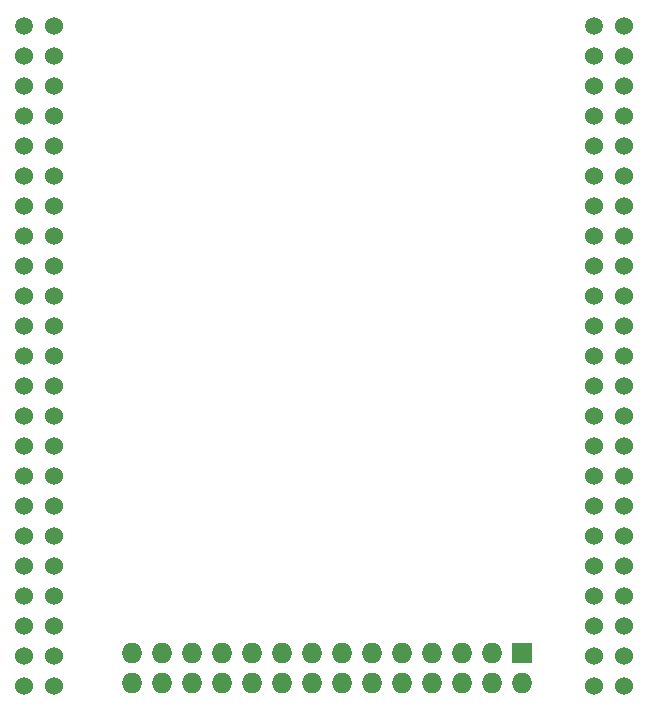
<source format=gts>
%TF.GenerationSoftware,KiCad,Pcbnew,5.1.10*%
%TF.CreationDate,2022-06-04T14:31:52-04:00*%
%TF.ProjectId,BeagleLogic Cape,42656167-6c65-44c6-9f67-696320436170,rev?*%
%TF.SameCoordinates,PX6cb8080PY7bfa480*%
%TF.FileFunction,Soldermask,Top*%
%TF.FilePolarity,Negative*%
%FSLAX46Y46*%
G04 Gerber Fmt 4.6, Leading zero omitted, Abs format (unit mm)*
G04 Created by KiCad (PCBNEW 5.1.10) date 2022-06-04 14:31:52*
%MOMM*%
%LPD*%
G01*
G04 APERTURE LIST*
%ADD10C,1.500000*%
%ADD11C,1.524000*%
%ADD12R,1.727200X1.727200*%
%ADD13O,1.727200X1.727200*%
G04 APERTURE END LIST*
D10*
%TO.C,U1*%
X50980400Y67424800D03*
D11*
X53520400Y11544800D03*
X50980400Y11544800D03*
X53520400Y14084800D03*
X50980400Y14084800D03*
X53520400Y16624800D03*
X50980400Y16624800D03*
X53520400Y31864800D03*
X53520400Y19164800D03*
X50980400Y19164800D03*
X50980400Y57264800D03*
X50980400Y59804800D03*
X50980400Y62344800D03*
X50980400Y64884800D03*
X50980400Y21704800D03*
X50980400Y24244800D03*
X53520400Y21704800D03*
X53520400Y24244800D03*
X53520400Y26784800D03*
X53520400Y29324800D03*
X53520400Y34404800D03*
X50980400Y26784800D03*
X53520400Y36944800D03*
X53520400Y39484800D03*
X50980400Y29324800D03*
X53520400Y42024800D03*
X50980400Y31864800D03*
X53520400Y44564800D03*
X50980400Y34404800D03*
X53520400Y47104800D03*
X50980400Y36944800D03*
X53520400Y49644800D03*
X50980400Y39484800D03*
X53520400Y52184800D03*
X50980400Y42024800D03*
X53520400Y54724800D03*
X50980400Y44564800D03*
X53520400Y57264800D03*
X50980400Y47104800D03*
X53520400Y59804800D03*
X50980400Y49644800D03*
X53520400Y62344800D03*
X50980400Y52184800D03*
X53520400Y64884800D03*
X50980400Y54724800D03*
X53520400Y67424800D03*
X5260400Y67424800D03*
X2720400Y54724800D03*
X5260400Y64884800D03*
X2720400Y52184800D03*
X5260400Y62344800D03*
X2720400Y49644800D03*
X5260400Y59804800D03*
X2720400Y47104800D03*
X5260400Y57264800D03*
X2720400Y44564800D03*
X5260400Y54724800D03*
X2720400Y42024800D03*
X5260400Y52184800D03*
X2720400Y39484800D03*
X5260400Y49644800D03*
X2720400Y36944800D03*
X5260400Y47104800D03*
X2720400Y34404800D03*
X5260400Y44564800D03*
X2720400Y31864800D03*
X5260400Y42024800D03*
X2720400Y29324800D03*
X5260400Y39484800D03*
X5260400Y36944800D03*
X2720400Y26784800D03*
X5260400Y34404800D03*
X5260400Y29324800D03*
X5260400Y26784800D03*
X5260400Y24244800D03*
X5260400Y21704800D03*
X2720400Y24244800D03*
X2720400Y21704800D03*
X2720400Y64884800D03*
X2720400Y62344800D03*
X2720400Y59804800D03*
X2720400Y57264800D03*
X2720400Y19164800D03*
X5260400Y19164800D03*
X5260400Y31864800D03*
X2720400Y16624800D03*
X5260400Y16624800D03*
X2720400Y14084800D03*
X5260400Y14084800D03*
X2720400Y11544800D03*
X5260400Y11544800D03*
D10*
X2720400Y67424800D03*
%TD*%
D12*
%TO.C,P1*%
X44810000Y14320000D03*
D13*
X44810000Y11780000D03*
X42270000Y14320000D03*
X42270000Y11780000D03*
X39730000Y14320000D03*
X39730000Y11780000D03*
X37190000Y14320000D03*
X37190000Y11780000D03*
X34650000Y14320000D03*
X34650000Y11780000D03*
X32110000Y14320000D03*
X32110000Y11780000D03*
X29570000Y14320000D03*
X29570000Y11780000D03*
X27030000Y14320000D03*
X27030000Y11780000D03*
X24490000Y14320000D03*
X24490000Y11780000D03*
X21950000Y14320000D03*
X21950000Y11780000D03*
X19410000Y14320000D03*
X19410000Y11780000D03*
X16870000Y14320000D03*
X16870000Y11780000D03*
X14330000Y14320000D03*
X14330000Y11780000D03*
X11790000Y14320000D03*
X11790000Y11780000D03*
%TD*%
M02*

</source>
